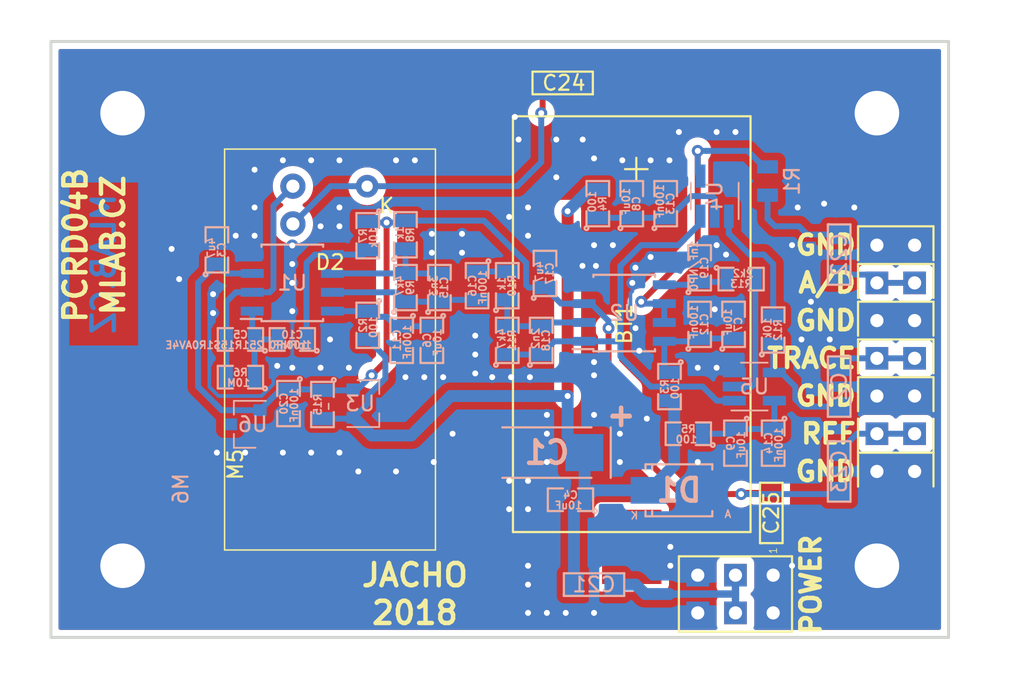
<source format=kicad_pcb>
(kicad_pcb (version 20211014) (generator pcbnew)
  (title_block (title "NAME") (date "%d. %m. %Y") (rev "REV") (company "Mlab www.mlab.cz") (comment 1 "VERSION") (comment 2 "Short description\\nTwo lines are maximum") (comment 3 "nickname <email@example.com>"))
  (layers (0 "F.Cu" signal) (31 "B.Cu" signal) (34 "B.Paste" user) (36 "B.SilkS" user "B.Silkscreen") (37 "F.SilkS" user "F.Silkscreen") (38 "B.Mask" user) (39 "F.Mask" user) (44 "Edge.Cuts" user))
  (net 0 "")
  (net 1 "GND")
  (net 2 "VCC")
  (net 3 "Net-(C10-Pad2)")
  (net 4 "/VCC1")
  (net 5 "/VCC2")
  (net 6 "/VCC3")
  (net 7 "/VCC4")
  (net 8 "Net-(C10-Pad1)")
  (net 9 "Net-(C15-Pad1)")
  (net 10 "Net-(C15-Pad2)")
  (net 11 "Net-(C16-Pad1)")
  (net 12 "Net-(C18-Pad1)")
  (net 13 "Net-(C18-Pad2)")
  (net 14 "Net-(C19-Pad1)")
  (net 15 "/#PeakDetect/Trace")
  (net 16 "/A/D")
  (net 17 "Net-(R12-Pad2)")
  (net 18 "Net-(R13-Pad2)")
  (net 19 "Net-(C2-Pad1)")
  (net 20 "/A")
  (net 21 "/K")
  (net 22 "/REF")
  (net 23 "Net-(C21-Pad3)")
  (net 24 "Net-(C22-Pad1)")
  (net 25 "Net-(C23-Pad3)")
  (net 26 "Net-(BT1-Pad1)")
  (net 27 "Net-(BT1-Pad2)")
  (net 28 "Net-(R1-Pad2)")
  (footprint "Mlab_Batery:CH28-2032" (layer "F.Cu") (at 148.871322 91.957139 -90)
    (fp_text reference "BT1")
    (fp_text value "CH28-2032")
  )
  (footprint "Mlab_Pin_Headers:Straight_2x03" (layer "F.Cu") (at 155.856322 110.132139 -90)
    (fp_text reference "J1" hide)
    (fp_text value "3.6V" hide)
  )
  (footprint "Mlab_Pin_Headers:Straight_2x01" (layer "F.Cu") (at 166.651322 91.717139 180)
    (fp_text reference "J2" hide)
    (fp_text value "HEADER_2x01_PARALLEL" hide)
  )
  (footprint "Mlab_Pin_Headers:Straight_2x01" (layer "F.Cu") (at 166.651322 94.257139 180)
    (fp_text reference "J3" hide)
    (fp_text value "HEADER_2x01_PARALLEL" hide)
  )
  (footprint "Mlab_Pin_Headers:Straight_2x01" (layer "F.Cu") (at 166.651322 96.797139 180)
    (fp_text reference "J4" hide)
    (fp_text value "HEADER_2x01_PARALLEL" hide)
  )
  (footprint "Mlab_Pin_Headers:Straight_2x01" (layer "F.Cu") (at 166.651322 86.637139 180)
    (fp_text reference "J5" hide)
    (fp_text value "HEADER_2x01_PARALLEL" hide)
  )
  (footprint "Mlab_Pin_Headers:Straight_2x01" (layer "F.Cu") (at 166.651322 89.177139 180)
    (fp_text reference "J6" hide)
    (fp_text value "HEADER_2x01_PARALLEL" hide)
  )
  (footprint "Mlab_Pin_Headers:Straight_2x01" (layer "F.Cu") (at 166.651322 101.877139 180)
    (fp_text reference "J7" hide)
    (fp_text value "HEADER_2x01_PARALLEL" hide)
  )
  (footprint "Mlab_Mechanical:MountingHole_3mm" (layer "F.Cu") (at 114.581322 77.747139)
    (fp_text reference "M1" hide)
    (fp_text value "HOLE" hide)
  )
  (footprint "Mlab_Mechanical:MountingHole_3mm" (layer "F.Cu") (at 165.381322 77.747139)
    (fp_text reference "M2" hide)
    (fp_text value "HOLE" hide)
  )
  (footprint "Mlab_Mechanical:MountingHole_3mm" (layer "F.Cu") (at 165.381322 108.227139)
    (fp_text reference "M3" hide)
    (fp_text value "HOLE" hide)
  )
  (footprint "Mlab_Mechanical:MountingHole_3mm" (layer "F.Cu") (at 114.581322 108.227139)
    (fp_text reference "M4" hide)
    (fp_text value "HOLE" hide)
  )
  (footprint "Mlab_L:FIR1" (layer "F.Cu") (at 144.219322 75.715139 180)
    (fp_text reference "C24")
    (fp_text value "NFM21PC105-1uF" hide)
  )
  (footprint "Mlab_L:FIR1" (layer "F.Cu") (at 158.269322 104.671139 90)
    (fp_text reference "C25")
    (fp_text value "NFM21PC105-1uF" hide)
  )
  (footprint "Mlab_Pin_Headers:Straight_2x01" (layer "F.Cu") (at 166.651322 99.337139)
    (fp_text reference "J11" hide)
    (fp_text value "HEADER_2x01_PARALLEL" hide)
  )
  (footprint "Mlab_Mechanical:BMIS-209-C" (layer "F.Cu") (at 119.636322 92.517139 90)
    (fp_text reference "M5")
    (fp_text value "BMIS-209-C" hide)
  )
  (footprint "Mlab_D:HAMAMATSU_S2744-09_rozs" (layer "F.Cu") (at 128.551322 108.107139 -90)
    (fp_text reference "D2")
    (fp_text value "S2744-09")
  )
  (footprint "Mlab_R:SMD-0805" (layer "B.Cu") (at 125.757322 97.305139 -90)
    (fp_text reference "C20")
    (fp_text value "100nF")
  )
  (footprint "Mlab_R:SMD-0805" (layer "B.Cu") (at 128.043322 97.368639 -90)
    (fp_text reference "R15")
    (fp_text value "-")
  )
  (footprint "Package_TO_SOT_SMD:SOT-23" (layer "B.Cu") (at 131.107322 97.305139)
    (fp_text reference "U3")
    (fp_text value "ISL21080DIH312Z-TK  1V25")
  )
  (footprint "Package_TO_SOT_SMD:SOT-23" (layer "B.Cu") (at 122.836322 98.702139 180)
    (fp_text reference "U6")
    (fp_text value "LM4041CIM3-1.2(neosazovat)")
  )
  (footprint "Mlab_C:TantalC_SizeC_Reflow" (layer "B.Cu") (at 143.156322 100.607139 180)
    (fp_text reference "C1")
    (fp_text value "47uF" hide)
  )
  (footprint "Mlab_R:SMD-0805" (layer "B.Cu") (at 120.931322 86.954639 90)
    (fp_text reference "C3")
    (fp_text value "4u7")
  )
  (footprint "Mlab_R:SMD-0805" (layer "B.Cu") (at 144.743822 103.782139 180)
    (fp_text reference "C4")
    (fp_text value "10uF")
  )
  (footprint "Mlab_R:SMD-0805" (layer "B.Cu") (at 122.518822 92.987139 180)
    (fp_text reference "C5")
    (fp_text value "1pFNP0 251R15S1R0AV4E")
  )
  (footprint "Mlab_R:SMD-0805" (layer "B.Cu") (at 135.409322 93.050639 -90)
    (fp_text reference "C6")
    (fp_text value "10uF")
  )
  (footprint "Mlab_R:SMD-0805" (layer "B.Cu") (at 155.729322 91.971139 90)
    (fp_text reference "C7")
    (fp_text value "10uF")
  )
  (footprint "Mlab_R:SMD-0805" (layer "B.Cu") (at 148.871322 83.843139 90)
    (fp_text reference "C8")
    (fp_text value "10uF")
  )
  (footprint "Mlab_R:SMD-0805" (layer "B.Cu") (at 155.856322 99.972139 -90)
    (fp_text reference "C9")
    (fp_text value "10uF")
  )
  (footprint "Mlab_R:SMD-0805" (layer "B.Cu") (at 126.011322 92.987139 180)
    (fp_text reference "C10")
    (fp_text value "100nF")
  )
  (footprint "Mlab_R:SMD-0805" (layer "B.Cu") (at 133.377322 93.050639 -90)
    (fp_text reference "C11")
    (fp_text value "100nF")
  )
  (footprint "Mlab_R:SMD-0805" (layer "B.Cu") (at 153.443322 91.971139 90)
    (fp_text reference "C12")
    (fp_text value "100nF")
  )
  (footprint "Mlab_R:SMD-0805" (layer "B.Cu") (at 151.157322 83.843139 90)
    (fp_text reference "C13")
    (fp_text value "100nF")
  )
  (footprint "Mlab_R:SMD-0805" (layer "B.Cu") (at 158.396322 99.972139 -90)
    (fp_text reference "C14")
    (fp_text value "100nF")
  )
  (footprint "Mlab_R:SMD-0805" (layer "B.Cu") (at 135.917322 89.494639 90)
    (fp_text reference "C15")
    (fp_text value "3n3")
  )
  (footprint "Mlab_R:SMD-0805" (layer "B.Cu") (at 138.457322 89.367639 -90)
    (fp_text reference "C16")
    (fp_text value "100nF")
  )
  (footprint "Mlab_R:SMD-0805" (layer "B.Cu") (at 143.029322 88.542139 90)
    (fp_text reference "C17")
    (fp_text value "4u7")
  )
  (footprint "Mlab_R:SMD-0805" (layer "B.Cu") (at 142.775322 93.050639 90)
    (fp_text reference "C18")
    (fp_text value "2n2")
  )
  (footprint "Mlab_R:SMD-0805" (layer "B.Cu") (at 153.443322 88.161139 90)
    (fp_text reference "C19")
    (fp_text value "1nF/NP0")
  )
  (footprint "Mlab_D:Diode-SMA_Standard" (layer "B.Cu") (at 152.046322 103.147139 180)
    (fp_text reference "D1")
    (fp_text value "M4" hide)
  )
  (footprint "Mlab_R:SMD-0805" (layer "B.Cu") (at 151.411322 96.162139 -90)
    (fp_text reference "R3")
    (fp_text value "100")
  )
  (footprint "Mlab_R:SMD-0805" (layer "B.Cu") (at 146.585322 83.843139 90)
    (fp_text reference "R4")
    (fp_text value "100")
  )
  (footprint "Mlab_R:SMD-0805" (layer "B.Cu") (at 152.681322 99.337139 180)
    (fp_text reference "R5")
    (fp_text value "100")
  )
  (footprint "Mlab_R:SMD-0805" (layer "B.Cu") (at 122.518822 95.527139 180)
    (fp_text reference "R6")
    (fp_text value "10M")
  )
  (footprint "Mlab_R:SMD-0805" (layer "B.Cu") (at 131.091322 86.002139 -90)
    (fp_text reference "R7")
    (fp_text value "10k")
  )
  (footprint "Mlab_R:SMD-0805" (layer "B.Cu") (at 133.631322 85.938639 90)
    (fp_text reference "R8")
    (fp_text value "1k")
  )
  (footprint "Mlab_R:SMD-0805" (layer "B.Cu") (at 133.631322 89.494639 90)
    (fp_text reference "R9")
    (fp_text value "4k7")
  )
  (footprint "Mlab_R:SMD-0805" (layer "B.Cu") (at 140.489322 89.367639 90)
    (fp_text reference "R10")
    (fp_text value "1k")
  )
  (footprint "Mlab_R:SMD-0805" (layer "B.Cu") (at 140.489322 93.050639 90)
    (fp_text reference "R11")
    (fp_text value "4k7")
  )
  (footprint "Mlab_R:SMD-0805" (layer "B.Cu") (at 158.396322 92.352139 90)
    (fp_text reference "R12")
    (fp_text value "10k")
  )
  (footprint "Mlab_R:SMD-0805" (layer "B.Cu") (at 156.237322 88.923139)
    (fp_text reference "R13")
    (fp_text value "2k2")
  )
  (footprint "Mlab_IO:SOIC-8_3.9x4.9mm_Pitch1.27mm" (layer "B.Cu") (at 126.011322 89.177139)
    (fp_text reference "U1")
    (fp_text value "OPA2314" hide)
  )
  (footprint "Package_TO_SOT_SMD:SOT-23-5_HandSoldering" (layer "B.Cu") (at 154.459322 83.335139 90)
    (fp_text reference "U4")
    (fp_text value "TS7211")
  )
  (footprint "Package_TO_SOT_SMD:SOT-23-5_HandSoldering" (layer "B.Cu") (at 157.126322 96.162139)
    (fp_text reference "U5")
    (fp_text value "TS5A4594")
  )
  (footprint "Mlab_R:SMD-0805" (layer "B.Cu") (at 131.091322 92.034639 -90)
    (fp_text reference "R2")
    (fp_text value "100")
  )
  (footprint "Mlab_IO:SOIC-8_3.9x4.9mm_Pitch1.27mm" (layer "B.Cu") (at 148.363322 91.209139)
    (fp_text reference "U2")
    (fp_text value "OPA2314" hide)
  )
  (footprint "Mlab_R:SMD-0805" (layer "B.Cu") (at 158.015322 82.319139 90)
    (fp_text reference "R1")
    (fp_text value "10R" hide)
  )
  (footprint "Mlab_L:FIR1" (layer "B.Cu") (at 162.841322 96.162139 90)
    (fp_text reference "C2")
    (fp_text value "NFM21CC221R1H3D-220pF" hide)
  )
  (footprint "Mlab_L:FIR1" (layer "B.Cu") (at 146.331322 109.497139)
    (fp_text reference "C21")
    (fp_text value "NFM21PC105-1uF" hide)
  )
  (footprint "Mlab_L:FIR1" (layer "B.Cu") (at 162.841322 87.272139 -90)
    (fp_text reference "C22")
    (fp_text value "NFM21CC221R1H3D-220pF" hide)
  )
  (footprint "Mlab_L:FIR1" (layer "B.Cu") (at 162.841322 101.877139 90)
    (fp_text reference "C23")
    (fp_text value "NFM21PC105-1uF" hide)
  )
  (footprint "Mlab_Mechanical:BMI-S-210-F" (layer "B.Cu") (at 116.486322 106.957139)
    (fp_text reference "M6")
    (fp_text value "BMI-S-210-F")
  )
  (gr_line (start 109.755322 72.921139) (end 170.207322 72.921139) (layer "Edge.Cuts") (width 0.2))
  (gr_line (start 170.207322 113.053139) (end 170.207322 72.921139) (layer "Edge.Cuts") (width 0.2))
  (gr_line (start 109.755322 113.053139) (end 170.207322 113.053139) (layer "Edge.Cuts") (width 0.2))
  (gr_line (start 109.755322 113.053139) (end 109.755322 72.921139) (layer "Edge.Cuts") (width 0.2))
  (gr_text "MLAB.CZ" (at 113.311322 87.907139 90) (layer "B.Cu") (effects (font (size 1.5 1.5) (thickness 0.3)) (justify mirror)))
  (gr_text "POWER" (at 160.936322 109.497139 90) (layer "F.SilkS") (effects (font (size 1.3 1.3) (thickness 0.3))))
  (gr_text "TRACE" (at 164.111322 94.257139) (layer "F.SilkS") (effects (font (size 1.3 1.3) (thickness 0.3)) (justify right)))
  (gr_text "GND" (at 164.111322 91.717139) (layer "F.SilkS") (effects (font (size 1.3 1.3) (thickness 0.3)) (justify right)))
  (gr_text "GND" (at 164.111322 86.637139) (layer "F.SilkS") (effects (font (size 1.3 1.3) (thickness 0.3)) (justify right)))
  (gr_text "GND" (at 164.111322 96.797139) (layer "F.SilkS") (effects (font (size 1.3 1.3) (thickness 0.3)) (justify right)))
  (gr_text "GND" (at 164.111322 101.877139) (layer "F.SilkS") (effects (font (size 1.3 1.3) (thickness 0.3)) (justify right)))
  (gr_text "A/D" (at 164.111322 89.177139) (layer "F.SilkS") (effects (font (size 1.3 1.3) (thickness 0.3)) (justify right)))
  (gr_text "REF" (at 164.111322 99.337139) (layer "F.SilkS") (effects (font (size 1.3 1.3) (thickness 0.3)) (justify right)))
  (gr_text "JACHO" (at 134.266322 108.862139) (layer "F.SilkS") (effects (font (size 1.5 1.5) (thickness 0.3))))
  (gr_text "2018" (at 134.266322 111.402139) (layer "F.SilkS") (effects (font (size 1.5 1.5) (thickness 0.3))))
  (gr_text "MLAB.CZ" (at 113.946322 86.637139 90) (layer "F.SilkS") (effects (font (size 1.5 1.5) (thickness 0.3))))
  (gr_text "PCRD04B" (at 111.406322 86.637139 90) (layer "F.SilkS") (effects (font (size 1.5 1.5) (thickness 0.3))))
  (segment (start 146.331322 92.214833) (end 146.331322 95.400139) (width 0.25) (layer "F.Cu") (net 1))
  (segment (start 138.330322 94.003139) (end 138.330322 92.733139) (width 0.4) (layer "F.Cu") (net 1))
  (segment (start 165.381322 85.625139) (end 165.381322 86.637139) (width 0.25) (layer "F.Cu") (net 1))
  (segment (start 147.601322 86.637139) (end 146.331322 86.637139) (width 0.4) (layer "F.Cu") (net 1))
  (segment (start 132.996322 101.877139) (end 134.901322 101.877139) (width 0.25) (layer "F.Cu") (net 1))
  (segment (start 150.141322 80.922139) (end 151.411322 80.922139) (width 0.25) (layer "F.Cu") (net 1))
  (segment (start 138.330322 95.273139) (end 139.219322 95.273139) (width 0.25) (layer "F.Cu") (net 1))
  (segment (start 146.32632 111.397137) (end 146.331322 111.402139) (width 0.25) (layer "F.Cu") (net 1))
  (segment (start 155.221322 87.272139) (end 155.221322 90.193139) (width 0.4) (layer "F.Cu") (net 1))
  (segment (start 147.855322 90.955139) (end 146.077322 91.463139) (width 0.25) (layer "F.Cu") (net 1))
  (segment (start 148.236322 83.462139) (end 148.871322 83.462139) (width 0.25) (layer "F.Cu") (net 1))
  (segment (start 140.616322 102.512139) (end 140.616322 104.417139) (width 0.25) (layer "F.Cu") (net 1))
  (segment (start 146.077322 91.463139) (end 146.331322 92.214833) (width 0.25) (layer "F.Cu") (net 1))
  (segment (start 136.806322 83.462139) (end 148.236322 83.462139) (width 0.25) (layer "F.Cu") (net 1))
  (segment (start 123.471322 84.097139) (end 123.471322 81.557139) (width 0.25) (layer "F.Cu") (net 1))
  (segment (start 143.156322 98.067139) (end 143.156322 99.337139) (width 0.25) (layer "F.Cu") (net 1))
  (segment (start 129.186322 80.922139) (end 132.996322 80.922139) (width 0.25) (layer "F.Cu") (net 1))
  (segment (start 145.553322 88.034139) (end 146.458322 88.034139) (width 0.25) (layer "F.Cu") (net 1))
  (segment (start 129.186322 85.367139) (end 127.896887 86.656574) (width 0.25) (layer "F.Cu") (net 1))
  (segment (start 120.677322 91.209139) (end 120.677322 89.939139) (width 0.25) (layer "F.Cu") (net 1))
  (segment (start 150.141322 87.437139) (end 150.141322 87.945139) (width 0.4) (layer "F.Cu") (net 1))
  (segment (start 129.186322 84.097139) (end 127.916322 85.367139) (width 0.25) (layer "F.Cu") (net 1))
  (segment (start 149.125322 92.225139) (end 149.125322 93.495139) (width 0.25) (layer "F.Cu") (net 1))
  (segment (start 135.409322 85.875139) (end 135.409322 87.145139) (width 0.25) (layer "F.Cu") (net 1))
  (segment (start 134.266322 80.922139) (end 136.806322 83.462139) (width 0.25) (layer "F.Cu") (net 1))
  (segment (start 163.857322 84.097139) (end 164.428573 84.67239) (width 0.25) (layer "F.Cu") (net 1))
  (segment (start 151.471324 106.957139) (end 151.471324 108.227139) (width 0.25) (layer "F.Cu") (net 1))
  (segment (start 140.616322 84.732139) (end 138.584322 84.732139) (width 0.25) (layer "F.Cu") (net 1))
  (segment (start 134.901322 101.877139) (end 135.536322 101.242139) (width 0.25) (layer "F.Cu") (net 1))
  (segment (start 160.936322 92.352139) (end 160.301322 92.987139) (width 0.25) (layer "F.Cu") (net 1))
  (segment (start 160.301322 83.843139) (end 160.047322 84.097139) (width 0.25) (layer "F.Cu") (net 1))
  (segment (start 164.428573 84.67239) (end 165.381322 85.625139) (width 0.25) (layer "F.Cu") (net 1))
  (segment (start 143.791322 82.065139) (end 143.791322 81.303139) (width 0.4) (layer "F.Cu") (net 1))
  (segment (start 122.201322 86.002139) (end 123.471322 86.002139) (width 0.25) (layer "F.Cu") (net 1))
  (segment (start 141.886322 104.417139) (end 141.886322 102.512139) (width 0.25) (layer "F.Cu") (net 1))
  (segment (start 152.046322 79.017139) (end 154.586322 79.017139) (width 0.25) (layer "F.Cu") (net 1))
  (segment (start 155.221322 90.193139) (end 154.459322 90.955139) (width 0.4) (layer "F.Cu") (net 1))
  (segment (start 149.671322 93.607441) (end 147.855322 90.955139) (width 0.25) (layer "F.Cu") (net 1))
  (segment (start 146.458322 80.922139) (end 146.331322 80.795139) (width 0.4) (layer "F.Cu") (net 1))
  (segment (start 125.376322 80.922139) (end 127.281322 80.922139) (width 0.25) (layer "F.Cu") (net 1))
  (segment (start 141.886322 86.002139) (end 140.616322 84.732139) (width 0.4) (layer "F.Cu") (net 1))
  (segment (start 149.887322 98.321139) (end 149.671322 93.607441) (width 0.25) (layer "F.Cu") (net 1))
  (segment (start 122.201322 86.002139) (end 118.772322 86.002139) (width 0.25) (layer "F.Cu") (net 1))
  (segment (start 143.791322 79.525139) (end 141.251322 79.525139) (width 0.4) (layer "F.Cu") (net 1))
  (segment (start 146.331322 95.400139) (end 146.331322 98.067139) (width 0.25) (layer "F.Cu") (net 1))
  (segment (start 138.584322 84.732139) (end 137.441322 85.875139) (width 0.25) (layer "F.Cu") (net 1))
  (segment (start 148.871322 81.557139) (end 148.236322 80.922139) (width 0.25) (layer "F.Cu") (net 1))
  (segment (start 149.125322 93.495139) (end 149.379322 93.749139) (width 0.25) (layer "F.Cu") (net 1))
  (segment (start 143.791322 106.962141) (end 143.791322 103.782139) (width 0.25) (layer "F.Cu") (net 1))
  (segment (start 133.631322 95.527139) (end 134.901322 95.527139) (width 0.25) (layer "F.Cu") (net 1))
  (segment (start 125.376322 100.607139) (end 127.281322 100.607139) (width 0.25) (layer "F.Cu") (net 1))
  (segment (start 127.916322 94.892139) (end 129.821322 94.892139) (width 0.25) (layer "F.Cu") (net 1))
  (segment (start 126.011322 87.907139) (end 126.011322 89.177139) (width 0.25) (layer "F.Cu") (net 1))
  (segment (start 154.586322 94.892139) (end 153.316322 94.892139) (width 0.4) (layer "F.Cu") (net 1))
  (segment (start 149.837694 87.437139) (end 149.119508 88.155325) (width 0.4) (layer "F.Cu") (net 1))
  (segment (start 127.896887 86.656574) (end 126.010779 86.656574) (width 0.25) (layer "F.Cu") (net 1))
  (segment (start 129.186322 100.607139) (end 130.456322 101.877139) (width 0.25) (layer "F.Cu") (net 1))
  (segment (start 140.743322 95.527139) (end 142.013322 95.527139) (width 0.25) (layer "F.Cu") (net 1))
  (segment (start 125.376322 100.607139) (end 122.836322 100.607139) (width 0.25) (layer "F.Cu") (net 1))
  (segment (start 141.886322 108.227139) (end 141.886322 109.497139) (width 0.25) (layer "F.Cu") (net 1))
  (segment (start 148.871322 83.462139) (end 148.871322 81.557139) (width 0.25) (layer "F.Cu") (net 1))
  (segment (start 146.32632 109.497139) (end 143.791322 106.962141) (width 0.25) (layer "F.Cu") (net 1))
  (segment (start 150.141322 87.945139) (end 148.909322 89.177139) (width 0.4) (layer "F.Cu") (net 1))
  (segment (start 160.936322 90.447139) (end 160.936322 92.352139) (width 0.25) (layer "F.Cu") (net 1))
  (segment (start 146.331322 94.511139) (end 146.331322 95.400139) (width 0.25) (layer "F.Cu") (net 1))
  (segment (start 146.32632 109.497139) (end 146.32632 111.397137) (width 0.25) (layer "F.Cu") (net 1))
  (segment (start 150.141322 87.437139) (end 149.837694 87.437139) (width 0.4) (layer "F.Cu") (net 1))
  (segment (start 148.071322 101.242139) (end 148.071322 99.337139) (width 0.25) (layer "F.Cu") (net 1))
  (segment (start 148.236322 80.922139) (end 146.458322 80.922139) (width 0.4) (layer "F.Cu") (net 1))
  (segment (start 118.772322 86.002139) (end 117.883322 86.891139) (width 0.25) (layer "F.Cu") (net 1))
  (segment (start 143.791322 81.303139) (end 145.569322 79.525139) (width 0.4) (layer "F.Cu") (net 1))
  (segment (start 144.426322 111.402139) (end 143.156322 111.402139) (width 0.25) (layer "F.Cu") (net 1))
  (segment (start 139.219322 95.273139) (end 139.473322 95.527139) (width 0.25) (layer "F.Cu") (net 1))
  (segment (start 161.825322 83.843139) (end 160.301322 83.843139) (width 0.25) (layer "F.Cu") (net 1))
  (via (at 127.281322 100.607139) (size 0.8) (drill 0.4) (layers "F.Cu" "B.Cu") (net 1))
  (via (at 151.471324 106.957139) (size 0.8) (drill 0.4) (layers "F.Cu" "B.Cu") (net 1))
  (via (at 146.458322 88.034139) (size 0.8) (drill 0.4) (layers "F.Cu" "B.Cu") (net 1))
  (via (at 149.125322 92.225139) (size 0.8) (drill 0.4) (layers "F.Cu" "B.Cu") (net 1))
  (via (at 135.409322 85.875139) (size 0.8) (drill 0.4) (layers "F.Cu" "B.Cu") (net 1))
  (via (at 149.887322 98.321139) (size 0.8) (drill 0.4) (layers "F.Cu" "B.Cu") (net 1))
  (via (at 148.909322 89.177139) (size 0.8) (drill 0.4) (layers "F.Cu" "B.Cu") (net 1))
  (via (at 150.141322 80.922139) (size 0.8) (drill 0.4) (layers "F.Cu" "B.Cu") (net 1))
  (via (at 139.473322 95.527139) (size 0.8) (drill 0.4) (layers "F.Cu" "B.Cu") (net 1))
  (via (at 126.011322 87.907139) (size 0.8) (drill 0.4) (layers "F.Cu" "B.Cu") (net 1))
  (via (at 140.616322 102.512139) (size 0.8) (drill 0.4) (layers "F.Cu" "B.Cu") (net 1))
  (via (at 155.221322 87.272139) (size 0.8) (drill 0.4) (layers "F.Cu" "B.Cu") (net 1))
  (via (at 145.569322 79.525139) (size 0.8) (drill 0.4) (layers "F.Cu" "B.Cu") (net 1))
  (via (at 140.743322 95.527139) (size 0.8) (drill 0.4) (layers "F.Cu" "B.Cu") (net 1))
  (via (at 127.916322 94.892139) (size 0.8) (drill 0.4) (layers "F.Cu" "B.Cu") (net 1))
  (via (at 155.856322 79.017139) (size 0.8) (drill 0.4) (layers "F.Cu" "B.Cu") (net 1))
  (via (at 137.441322 87.145139) (size 0.8) (drill 0.4) (layers "F.Cu" "B.Cu") (net 1))
  (via (at 140.616322 104.417139) (size 0.8) (drill 0.4) (layers "F.Cu" "B.Cu") (net 1))
  (via (at 143.156322 101.242139) (size 0.8) (drill 0.4) (layers "F.Cu" "B.Cu") (net 1))
  (via (at 122.201322 86.002139) (size 0.8) (drill 0.4) (layers "F.Cu" "B.Cu") (net 1))
  (via (at 143.791322 79.525139) (size 0.8) (drill 0.4) (layers "F.Cu" "B.Cu") (net 1))
  (via (at 129.186322 100.607139) (size 0.8) (drill 0.4) (layers "F.Cu" "B.Cu") (net 1))
  (via (at 143.156322 98.067139) (size 0.8) (drill 0.4) (layers "F.Cu" "B.Cu") (net 1))
  (via (at 141.886322 108.227139) (size 0.8) (drill 0.4) (layers "F.Cu" "B.Cu") (net 1))
  (via (at 141.886322 104.417139) (size 0.8) (drill 0.4) (layers "F.Cu" "B.Cu") (net 1))
  (via (at 150.141322 87.437139) (size 0.8) (drill 0.4) (layers "F.Cu" "B.Cu") (net 1))
  (via (at 125.376322 80.922139) (size 0.8) (drill 0.4) (layers "F.Cu" "B.Cu") (net 1))
  (via (at 143.156322 111.402139) (size 0.8) (drill 0.4) (layers "F.Cu" "B.Cu") (net 1))
  (via (at 129.186322 85.367139) (size 0.8) (drill 0.4) (layers "F.Cu" "B.Cu") (net 1))
  (via (at 117.883322 86.891139) (size 0.8) (drill 0.4) (layers "F.Cu" "B.Cu") (net 1))
  (via (at 127.916322 85.367139) (size 0.8) (drill 0.4) (layers "F.Cu" "B.Cu") (net 1))
  (via (at 137.441322 85.875139) (size 0.8) (drill 0.4) (layers "F.Cu" "B.Cu") (net 1))
  (via (at 133.631322 95.527139) (size 0.8) (drill 0.4) (layers "F.Cu" "B.Cu") (net 1))
  (via (at 132.996322 101.877139) (size 0.8) (drill 0.4) (layers "F.Cu" "B.Cu") (net 1))
  (via (at 146.331322 86.637139) (size 0.8) (drill 0.4) (layers "F.Cu" "B.Cu") (net 1))
  (via (at 147.601322 86.637139) (size 0.8) (drill 0.4) (layers "F.Cu" "B.Cu") (net 1))
  (via (at 163.857322 84.097139) (size 0.8) (drill 0.4) (layers "F.Cu" "B.Cu") (net 1))
  (via (at 140.616322 84.732139) (size 0.8) (drill 0.4) (layers "F.Cu" "B.Cu") (net 1))
  (via (at 123.471322 84.097139) (size 0.8) (drill 0.4) (layers "F.Cu" "B.Cu") (net 1))
  (via (at 160.047322 84.097139) (size 0.8) (drill 0.4) (layers "F.Cu" "B.Cu") (net 1))
  (via (at 159.666322 108.227139) (size 0.8) (drill 0.4) (layers "F.Cu" "B.Cu") (net 1))
  (via (at 141.251322 79.525139) (size 0.8) (drill 0.4) (layers "F.Cu" "B.Cu") (net 1))
  (via (at 146.331322 98.067139) (size 0.8) (drill 0.4) (layers "F.Cu" "B.Cu") (net 1))
  (via (at 123.471322 86.002139) (size 0.8) (drill 0.4) (layers "F.Cu" "B.Cu") (net 1))
  (via (at 151.411322 80.922139) (size 0.8) (drill 0.4) (layers "F.Cu" "B.Cu") (net 1))
  (via (at 145.553322 88.034139) (size 0.8) (drill 0.4) (layers "F.Cu" "B.Cu") (net 1))
  (via (at 126.011322 89.177139) (size 0.8) (drill 0.4) (layers "F.Cu" "B.Cu") (net 1))
  (via (at 141.886322 84.097139) (size 0.8) (drill 0.4) (layers "F.Cu" "B.Cu") (net 1))
  (via (at 120.677322 91.209139) (size 0.8) (drill 0.4) (layers "F.Cu" "B.Cu") (net 1))
  (via (at 132.996322 80.922139) (size 0.8) (drill 0.4) (layers "F.Cu" "B.Cu") (net 1))
  (via (at 134.901322 95.527139) (size 0.8) (drill 0.4) (layers "F.Cu" "B.Cu") (net 1))
  (via (at 148.071322 99.337139) (size 0.8) (drill 0.4) (layers "F.Cu" "B.Cu") (net 1))
  (via (at 141.886322 111.402139) (size 0.8) (drill 0.4) (layers "F.Cu" "B.Cu") (net 1))
  (via (at 138.330322 95.273139) (size 0.8) (drill 0.4) (layers "F.Cu" "B.Cu") (net 1))
  (via (at 146.331322 111.402139) (size 0.8) (drill 0.4) (layers "F.Cu" "B.Cu") (net 1))
  (via (at 127.281322 80.922139) (size 0.8) (drill 0.4) (layers "F.Cu" "B.Cu") (net 1))
  (via (at 149.119508 88.155325) (size 0.8) (drill 0.4) (layers "F.Cu" "B.Cu") (net 1))
  (via (at 129.821322 94.892139) (size 0.8) (drill 0.4) (layers "F.Cu" "B.Cu") (net 1))
  (via (at 120.677322 89.939139) (size 0.8) (drill 0.4) (layers "F.Cu" "B.Cu") (net 1))
  (via (at 124.995322 94.765139) (size 0.8) (drill 0.4) (layers "F.Cu" "B.Cu") (net 1))
  (via (at 144.426322 111.402139) (size 0.8) (drill 0.4) (layers "F.Cu" "B.Cu") (net 1))
  (via (at 146.331322 80.795139) (size 0.8) (drill 0.4) (layers "F.Cu" "B.Cu") (net 1))
  (via (at 129.186322 84.097139) (size 0.8) (drill 0.4) (layers "F.Cu" "B.Cu") (net 1))
  (via (at 160.936322 90.447139) (size 0.8) (drill 0.4) (layers "F.Cu" "B.Cu") (net 1))
  (via (at 130.456322 101.877139) (size 0.8) (drill 0.4) (layers "F.Cu" "B.Cu") (net 1))
  (via (at 118.391322 88.923139) (size 0.8) (drill 0.4) (layers "F.Cu" "B.Cu") (net 1))
  (via (at 126.010779 86.656574) (size 0.8) (drill 0.4) (layers "F.Cu" "B.Cu") (net 1))
  (via (at 160.301322 92.987139) (size 0.8) (drill 0.4) (layers "F.Cu" "B.Cu") (net 1))
  (via (at 126.011322 91.082139) (size 0.8) (drill 0.4) (layers "F.Cu" "B.Cu") (net 1))
  (via (at 125.376322 100.607139) (size 0.8) (drill 0.4) (layers "F.Cu" "B.Cu") (net 1))
  (via (at 146.331322 95.400139) (size 0.8) (drill 0.4) (layers "F.Cu" "B.Cu") (net 1))
  (via (at 148.071322 101.242139) (size 0.8) (drill 0.4) (layers "F.Cu" "B.Cu") (net 1))
  (via (at 129.186322 80.922139) (size 0.8) (drill 0.4) (layers "F.Cu" "B.Cu") (net 1))
  (via (at 154.586322 94.892139) (size 0.8) (drill 0.4) (layers "F.Cu" "B.Cu") (net 1))
  (via (at 149.379322 93.749139) (size 0.8) (drill 0.4) (layers "F.Cu" "B.Cu") (net 1))
  (via (at 122.836322 100.607139) (size 0.8) (drill 0.4) (layers "F.Cu" "B.Cu") (net 1))
  (via (at 153.316322 101.242139) (size 0.8) (drill 0.4) (layers "F.Cu" "B.Cu") (net 1))
  (via (at 146.331322 94.511139) (size 0.8) (drill 0.4) (layers "F.Cu" "B.Cu") (net 1))
  (via (at 120.931322 100.607139) (size 0.8) (drill 0.4) (layers "F.Cu" "B.Cu") (net 1))
  (via (at 136.806322 99.337139) (size 0.8) (drill 0.4) (layers "F.Cu" "B.Cu") (net 1))
  (via (at 135.536322 101.242139) (size 0.8) (drill 0.4) (layers "F.Cu" "B.Cu") (net 1))
  (via (at 152.046322 79.017139) (size 0.8) (drill 0.4) (layers "F.Cu" "B.Cu") (net 1))
  (via (at 161.825322 83.843139) (size 0.8) (drill 0.4) (layers "F.Cu" "B.Cu") (net 1))
  (via (at 126.011322 94.892139) (size 0.8) (drill 0.4) (layers "F.Cu" "B.Cu") (net 1))
  (via (at 142.013322 95.527139) (size 0.8) (drill 0.4) (layers "F.Cu" "B.Cu") (net 1))
  (via (at 123.471322 81.557139) (size 0.8) (drill 0.4) (layers "F.Cu" "B.Cu") (net 1))
  (via (at 135.409322 87.145139) (size 0.8) (drill 0.4) (layers "F.Cu" "B.Cu") (net 1))
  (via (at 154.459322 90.955139) (size 0.8) (drill 0.4) (layers "F.Cu" "B.Cu") (net 1))
  (via (at 154.586322 79.017139) (size 0.8) (drill 0.4) (layers "F.Cu" "B.Cu") (net 1))
  (via (at 159.666322 86.637139) (size 0.8) (drill 0.4) (layers "F.Cu" "B.Cu") (net 1))
  (via (at 141.886322 86.002139) (size 0.8) (drill 0.4) (layers "F.Cu" "B.Cu") (net 1))
  (via (at 136.171322 95.527139) (size 0.8) (drill 0.4) (layers "F.Cu" "B.Cu") (net 1))
  (via (at 143.156322 99.337139) (size 0.8) (drill 0.4) (layers "F.Cu" "B.Cu") (net 1))
  (via (at 141.886322 102.512139) (size 0.8) (drill 0.4) (layers "F.Cu" "B.Cu") (net 1))
  (via (at 138.330322 92.733139) (size 0.8) (drill 0.4) (layers "F.Cu" "B.Cu") (net 1))
  (via (at 141.886322 109.497139) (size 0.8) (drill 0.4) (layers "F.Cu" "B.Cu") (net 1))
  (via (at 128.551322 92.987139) (size 0.8) (drill 0.4) (layers "F.Cu" "B.Cu") (net 1))
  (via (at 151.471324 108.227139) (size 0.8) (drill 0.4) (layers "F.Cu" "B.Cu") (net 1))
  (via (at 143.791322 82.065139) (size 0.8) (drill 0.4) (layers "F.Cu" "B.Cu") (net 1))
  (via (at 140.997322 78.001139) (size 0.8) (drill 0.4) (layers "F.Cu" "B.Cu") (net 1))
  (via (at 148.236322 80.922139) (size 0.8) (drill 0.4) (layers "F.Cu" "B.Cu") (net 1))
  (via (at 162.206322 92.987139) (size 0.8) (drill 0.4) (layers "F.Cu" "B.Cu") (net 1))
  (via (at 138.330322 94.003139) (size 0.8) (drill 0.4) (layers "F.Cu" "B.Cu") (net 1))
  (via (at 153.316322 94.892139) (size 0.8) (drill 0.4) (layers "F.Cu" "B.Cu") (net 1))
  (via (at 134.266322 80.922139) (size 0.8) (drill 0.4) (layers "F.Cu" "B.Cu") (net 1))
  (via (at 154.586322 86.637139) (size 0.8) (drill 0.4) (layers "F.Cu" "B.Cu") (net 1))
  (segment (start 154.045302 101.971119) (end 153.316322 101.242139) (width 0.25) (layer "B.Cu") (net 1))
  (segment (start 143.029322 87.145139) (end 141.886322 86.002139) (width 0.4) (layer "B.Cu") (net 1))
  (segment (start 151.411322 80.922139) (end 151.411322 79.652139) (width 0.25) (layer "B.Cu") (net 1))
  (segment (start 141.251322 84.732139) (end 141.886322 84.097139) (width 0.4) (layer "B.Cu") (net 1))
  (segment (start 129.821322 94.892139) (end 129.821322 94.257139) (width 0.25) (layer "B.Cu") (net 1))
  (segment (start 125.122322 94.892139) (end 124.995322 94.765139) (width 0.25) (layer "B.Cu") (net 1))
  (segment (start 155.157822 87.208639) (end 155.221322 87.272139) (width 0.4) (layer "B.Cu") (net 1))
  (segment (start 154.522822 91.018639) (end 154.459322 90.955139) (width 0.25) (layer "B.Cu") (net 1))
  (segment (start 148.909322 89.177139) (end 148.909322 89.742824) (width 0.25) (layer "B.Cu") (net 1))
  (segment (start 130.456322 101.877139) (end 132.996322 101.877139) (width 0.25) (layer "B.Cu") (net 1))
  (segment (start 163.857322 84.097139) (end 162.654573 84.67239) (width 0.25) (layer "B.Cu") (net 1))
  (segment (start 155.729322 91.018639) (end 154.522822 91.018639) (width 0.25) (layer "B.Cu") (net 1))
  (segment (start 132.107322 97.051139) (end 133.631322 95.527139) (width 0.25) (layer "B.Cu") (net 1))
  (segment (start 135.409322 87.145139) (end 137.441322 87.145139) (width 0.25) (layer "B.Cu") (net 1))
  (segment (start 126.011322 94.892139) (end 125.445637 94.892139) (width 0.25) (layer "B.Cu") (net 1))
  (segment (start 154.045302 103.147139) (end 154.045302 101.971119) (width 0.25) (layer "B.Cu") (net 1))
  (segment (start 122.836322 100.607139) (end 120.931322 100.607139) (width 0.25) (layer "B.Cu") (net 1))
  (segment (start 153.443322 87.208639) (end 155.157822 87.208639) (width 0.4) (layer "B.Cu") (net 1))
  (segment (start 126.011322 94.892139) (end 127.916322 94.892139) (width 0.25) (layer "B.Cu") (net 1))
  (segment (start 135.536322 101.242139) (end 135.536322 100.607139) (width 0.25) (layer "B.Cu") (net 1))
  (segment (start 132.996322 80.922139) (end 134.266322 80.922139) (width 0.25) (layer "B.Cu") (net 1))
  (segment (start 124.741322 81.557139) (end 125.376322 80.922139) (width 0.25) (layer "B.Cu") (net 1))
  (segment (start 127.281322 100.607139) (end 129.186322 100.607139) (width 0.25) (layer "B.Cu") (net 1))
  (segment (start 137.060322 94.003139) (end 138.330322 95.273139) (width 0.25) (layer "B.Cu") (net 1))
  (segment (start 159.636322 108.197139) (end 159.666322 108.227139) (width 0.25) (layer "B.Cu") (net 1))
  (segment (start 149.887322 98.321139) (end 148.309924 101.003537) (width 0.25) (layer "B.Cu") (net 1))
  (segment (start 135.536322 100.607139) (end 136.806322 99.337139) (width 0.25) (layer "B.Cu") (net 1))
  (segment (start 120.423322 94.765139) (end 120.423322 89.939139) (width 0.25) (layer "B.Cu") (net 1))
  (segment (start 148.781321 89.870825) (end 148.781321 91.881138) (width 0.25) (layer "B.Cu") (net 1))
  (segment (start 145.663322 89.304139) (end 145.663322 88.144139) (width 0.25) (layer "B.Cu") (net 1))
  (segment (start 155.776322 95.212139) (end 154.906322 95.212139) (width 0.4) (layer "B.Cu") (net 1))
  (segment (start 136.806322 99.337139) (end 141.886322 99.337139) (width 0.25) (layer "B.Cu") (net 1))
  (segment (start 123.471322 81.557139) (end 124.741322 81.557139) (width 0.25) (layer "B.Cu") (net 1))
  (segment (start 146.331322 80.795139) (end 145.061322 80.795139) (width 0.4) (layer "B.Cu") (net 1))
  (segment (start 154.586322 79.017139) (end 155.856322 79.017139) (width 0.25) (layer "B.Cu") (net 1))
  (segment (start 148.781321 91.881138) (end 149.125322 92.225139) (width 0.25) (layer "B.Cu") (net 1))
  (segment (start 148.909322 89.742824) (end 148.781321 89.870825) (width 0.25) (layer "B.Cu") (net 1))
  (segment (start 126.011322 94.892139) (end 125.122322 94.892139) (width 0.25) (layer "B.Cu") (net 1))
  (segment (start 120.423322 96.181663) (end 120.423322 94.765139) (width 0.25) (layer "B.Cu") (net 1))
  (segment (start 125.757322 98.257639) (end 125.757322 100.226139) (width 0.25) (layer "B.Cu") (net 1))
  (segment (start 160.301322 87.272139) (end 159.666322 86.637139) (width 0.25) (layer "B.Cu") (net 1))
  (segment (start 123.886322 76.157139) (end 123.886322 84.317139) (width 0.25) (layer "B.Cu") (net 1))
  (segment (start 154.906322 95.212139) (end 154.586322 94.892139) (width 0.4) (layer "B.Cu") (net 1))
  (segment (start 140.616322 84.732139) (end 139.638323 83.75414) (width 0.25) (layer "B.Cu") (net 1))
  (segment (start 150.306322 87.272139) (end 150.141322 87.437139) (width 0.4) (layer "B.Cu") (net 1))
  (segment (start 159.636322 105.682139) (end 159.636322 108.197139) (width 0.25) (layer "B.Cu") (net 1))
  (segment (start 121.038798 96.797139) (end 120.423322 96.181663) (width 0.25) (layer "B.Cu") (net 1))
  (segment (start 141.886322 106.457139) (end 141.886322 108.227139) (width 0.25) (layer "B.Cu") (net 1))
  (segment (start 151.411322 79.652139) (end 152.046322 79.017139) (width 0.25) (layer "B.Cu") (net 1))
  (segment (start 141.886322 106.457139) (end 141.886322 104.417139) (width 0.25) (layer "B.Cu") (net 1))
  (segment (start 123.471322 86.002139) (end 123.471322 84.097139) (width 0.25) (layer "B.Cu") (net 1))
  (segment (start 141.886322 99.337139) (end 143.156322 98.067139) (width 0.25) (layer "B.Cu") (net 1))
  (segment (start 146.458322 87.780139) (end 147.601322 86.637139) (width 0.4) (layer "B.Cu") (net 1))
  (segment (start 146.458322 88.034139) (end 146.458322 87.780139) (width 0.4) (layer "B.Cu") (net 1))
  (segment (start 125.445637 94.892139) (end 125.318637 95.019139) (width 0.25) (layer "B.Cu") (net 1))
  (segment (start 127.916322 85.367139) (end 129.186322 85.367139) (width 0.25) (layer "B.Cu") (net 1))
  (segment (start 132.107322 97.305139) (end 132.107322 97.051139) (width 0.25) (layer "B.Cu") (net 1))
  (segment (start 129.821322 94.257139) (end 128.551322 92.987139) (width 0.25) (layer "B.Cu") (net 1))
  (segment (start 141.251322 79.525139) (end 141.251322 78.255139) (width 0.4) (layer "B.Cu") (net 1))
  (segment (start 120.423322 94.765139) (end 120.423322 91.463139) (width 0.25) (layer "B.Cu") (net 1))
  (segment (start 124.733821 95.603955) (end 124.733821 95.992642) (width 0.25) (layer "B.Cu") (net 1))
  (segment (start 124.733821 95.992642) (end 123.929324 96.797139) (width 0.25) (layer "B.Cu") (net 1))
  (segment (start 148.236322 80.922139) (end 150.141322 80.922139) (width 0.25) (layer "B.Cu") (net 1))
  (segment (start 123.886322 84.317139) (end 122.201322 86.002139) (width 0.25) (layer "B.Cu") (net 1))
  (segment (start 117.883322 86.891139) (end 117.883322 88.415139) (width 0.25) (layer "B.Cu") (net 1))
  (segment (start 146.331322 111.402139) (end 144.426322 111.402139) (width 0.25) (layer "B.Cu") (net 1))
  (segment (start 162.654573 84.67239) (end 161.825322 83.843139) (width 0.25) (layer "B.Cu") (net 1))
  (segment (start 140.616322 84.732139) (end 141.251322 84.732139) (width 0.4) (layer "B.Cu") (net 1))
  (segment (start 147.886322 106.457139) (end 150.971324 106.457139) (width 0.25) (layer "B.Cu") (net 1))
  (segment (start 139.473322 95.527139) (end 140.743322 95.527139) (width 0.25) (layer "B.Cu") (net 1))
  (segment (start 125.318637 95.019139) (end 124.733821 95.603955) (width 0.25) (layer "B.Cu") (net 1))
  (segment (start 126.010779 87.906596) (end 126.011322 87.907139) (width 0.25) (layer "B.Cu") (net 1))
  (segment (start 148.071322 99.337139) (end 149.671322 99.337139) (width 0.25) (layer "B.Cu") (net 1))
  (segment (start 132.069321 83.75414) (end 131.726322 84.097139) (width 0.25) (layer "B.Cu") (net 1))
  (segment (start 160.786322 88.307139) (end 160.786322 90.297139) (width 0.25) (layer "B.Cu") (net 1))
  (segment (start 141.251322 78.255139) (end 140.997322 78.001139) (width 0.4) (layer "B.Cu") (net 1))
  (segment (start 145.061322 80.795139) (end 143.791322 82.065139) (width 0.4) (layer "B.Cu") (net 1))
  (segment (start 160.786322 90.297139) (end 160.936322 90.447139) (width 0.25) (layer "B.Cu") (net 1))
  (segment (start 148.309924 101.003537) (end 148.071322 101.242139) (width 0.25) (layer "B.Cu") (net 1))
  (segment (start 135.409322 94.003139) (end 137.060322 94.003139) (width 0.25) (layer "B.Cu") (net 1))
  (segment (start 143.156322 111.402139) (end 141.886322 111.402139) (width 0.25) (layer "B.Cu") (net 1))
  (segment (start 134.901322 95.527139) (end 136.171322 95.527139) (width 0.25) (layer "B.Cu") (net 1))
  (segment (start 143.156322 99.337139) (end 143.156322 101.242139) (width 0.25) (layer "B.Cu") (net 1))
  (segment (start 125.757322 100.226139) (end 125.376322 100.607139) (width 0.25) (layer "B.Cu") (net 1))
  (segment (start 141.886322 102.512139) (end 140.616322 102.512139) (width 0.25) (layer "B.Cu") (net 1))
  (segment (start 143.029322 87.589639) (end 143.029322 87.145139) (width 0.4) (layer "B.Cu") (net 1))
  (segment (start 160.301322 92.987139) (end 162.206322 92.987139) (width 0.25) (layer "B.Cu") (net 1))
  (segment (start 126.011322 89.177139) (end 126.011322 91.082139) (width 0.25) (layer "B.Cu") (net 1))
  (segment (start 126.010779 86.656574) (end 126.010779 87.906596) (width 0.25) (layer "B.Cu") (net 1))
  (segment (start 139.638323 83.75414) (end 132.069321 83.75414) (width 0.25) (layer "B.Cu") (net 1))
  (segment (start 123.929324 96.797139) (end 121.038798 96.797139) (width 0.25) (layer "B.Cu") (net 1))
  (segment (start 127.281322 80.922139) (end 129.186322 80.922139) (width 0.25) (layer "B.Cu") (net 1))
  (segment (start 145.569322 79.525139) (end 143.791322 79.525139) (width 0.4) (layer "B.Cu") (net 1))
  (segment (start 155.221322 87.272139) (end 154.586322 86.637139) (width 0.4) (layer "B.Cu") (net 1))
  (segment (start 120.423322 91.463139) (end 120.677322 91.209139) (width 0.25) (layer "B.Cu") (net 1))
  (segment (start 145.663322 88.144139) (end 145.553322 88.034139) (width 0.25) (layer "B.Cu") (net 1))
  (segment (start 142.013322 95.527139) (end 145.315322 95.527139) (width 0.25) (layer "B.Cu") (net 1))
  (segment (start 150.971324 106.457139) (end 151.471324 106.957139) (width 0.25) (layer "B.Cu") (net 1))
  (segment (start 138.330322 95.273139) (end 138.330322 94.003139) (width 0.4) (layer "B.Cu") (net 1))
  (segment (start 137.441322 85.875139) (end 135.409322 85.875139) (width 0.25) (layer "B.Cu") (net 1))
  (segment (start 162.841322 87.272139) (end 160.301322 87.272139) (width 0.25) (layer "B.Cu") (net 1))
  (segment (start 145.315322 95.527139) (end 146.331322 94.511139) (width 0.25) (layer "B.Cu") (net 1))
  (segment (start 117.883322 88.415139) (end 118.391322 88.923139) (width 0.25) (layer "B.Cu") (net 1))
  (segment (start 131.726322 84.097139) (end 129.186322 84.097139) (width 0.25) (layer "B.Cu") (net 1))
  (segment (start 126.011322 94.892139) (end 126.011322 91.082139) (width 0.25) (layer "B.Cu") (net 1))
  (segment (start 155.221322 87.272139) (end 150.306322 87.272139) (width 0.4) (layer "B.Cu") (net 1))
  (segment (start 144.553322 84.351139) (end 144.553322 96.797139) (width 0.8) (layer "F.Cu") (net 2))
  (via (at 144.553322 96.797139) (size 0.8) (drill 0.4) (layers "F.Cu" "B.Cu") (net 2))
  (via (at 144.553322 84.351139) (size 0.8) (drill 0.4) (layers "F.Cu" "B.Cu") (net 2))
  (segment (start 151.728822 97.432139) (end 151.411322 97.114639) (width 0.8) (layer "B.Cu") (net 2))
  (segment (start 151.728822 99.337139) (end 151.728822 101.465659) (width 0.8) (layer "B.Cu") (net 2))
  (segment (start 150.047342 103.147139) (end 146.331322 103.147139) (width 0.8) (layer "B.Cu") (net 2))
  (segment (start 144.553322 99.479379) (end 145.681082 100.607139) (width 0.8) (layer "B.Cu") (net 2))
  (segment (start 144.553322 96.797139) (end 144.553322 99.479379) (width 0.8) (layer "B.Cu") (net 2))
  (segment (start 130.157322 98.255139) (end 130.107322 98.255139) (width 0.8) (layer "B.Cu") (net 2))
  (segment (start 131.091322 96.797139) (end 131.091322 97.321139) (width 0.4) (layer "B.Cu") (net 2))
  (segment (start 131.357322 99.455139) (end 130.157322 98.255139) (width 0.8) (layer "B.Cu") (net 2))
  (segment (start 144.981322 109.497139) (end 144.981322 104.497139) (width 0.8) (layer "B.Cu") (net 2))
  (segment (start 132.278821 94.174638) (end 132.278821 95.60964) (width 0.4) (layer "B.Cu") (net 2))
  (segment (start 145.696322 103.782139) (end 145.696322 100.622379) (width 0.8) (layer "B.Cu") (net 2))
  (segment (start 151.728822 101.465659) (end 150.047342 103.147139) (width 0.8) (layer "B.Cu") (net 2))
  (segment (start 128.043322 98.321139) (end 130.041322 98.321139) (width 0.4) (layer "B.Cu") (net 2))
  (segment (start 145.696322 100.622379) (end 145.681082 100.607139) (width 0.8) (layer "B.Cu") (net 2))
  (segment (start 144.981322 104.497139) (end 145.696322 103.782139) (width 0.8) (layer "B.Cu") (net 2))
  (segment (start 146.331322 103.147139) (end 145.696322 103.782139) (width 0.8) (layer "B.Cu") (net 2))
  (segment (start 130.041322 98.321139) (end 130.107322 98.255139) (width 0.4) (layer "B.Cu") (net 2))
  (segment (start 136.679322 96.797139) (end 134.021322 99.455139) (width 0.8) (layer "B.Cu") (net 2))
  (segment (start 132.278821 95.60964) (end 131.091322 96.797139) (width 0.4) (layer "B.Cu") (net 2))
  (segment (start 151.728822 99.337139) (end 151.728822 97.432139) (width 0.8) (layer "B.Cu") (net 2))
  (segment (start 134.021322 99.455139) (end 131.357322 99.455139) (width 0.8) (layer "B.Cu") (net 2))
  (segment (start 146.585322 82.890639) (end 146.013822 82.890639) (width 0.8) (layer "B.Cu") (net 2))
  (segment (start 131.091322 92.987139) (end 132.278821 94.174638) (width 0.4) (layer "B.Cu") (net 2))
  (segment (start 144.553322 96.797139) (end 136.679322 96.797139) (width 0.8) (layer "B.Cu") (net 2))
  (segment (start 146.013822 82.890639) (end 144.553322 84.351139) (width 0.8) (layer "B.Cu") (net 2))
  (segment (start 130.157322 98.255139) (end 131.091322 97.321139) (width 0.4) (layer "B.Cu") (net 2))
  (segment (start 123.471322 95.527139) (end 123.471322 92.987139) (width 0.4) (layer "B.Cu") (net 3))
  (segment (start 123.311322 91.082139) (end 123.311322 92.827139) (width 0.4) (layer "B.Cu") (net 3))
  (segment (start 123.311322 92.827139) (end 123.471322 92.987139) (width 0.4) (layer "B.Cu") (net 3))
  (segment (start 125.058822 92.987139) (end 123.471322 92.987139) (width 0.4) (layer "B.Cu") (net 3))
  (segment (start 131.726322 91.463139) (end 132.361322 91.463139) (width 0.4) (layer "B.Cu") (net 4))
  (segment (start 132.996322 92.098139) (end 132.361322 91.463139) (width 0.4) (layer "B.Cu") (net 4))
  (segment (start 128.711322 91.082139) (end 131.091322 91.082139) (width 0.4) (layer "B.Cu") (net 4))
  (segment (start 133.377322 92.098139) (end 135.409322 92.098139) (width 0.4) (layer "B.Cu") (net 4))
  (segment (start 133.377322 92.098139) (end 132.996322 92.098139) (width 0.4) (layer "B.Cu") (net 4))
  (segment (start 131.091322 91.082139) (end 131.345322 91.082139) (width 0.4) (layer "B.Cu") (net 4))
  (segment (start 131.345322 91.082139) (end 131.726322 91.463139) (width 0.4) (layer "B.Cu") (net 4))
  (segment (start 151.063322 93.114139) (end 151.063322 94.861639) (width 0.4) (layer "B.Cu") (net 5))
  (segment (start 153.443322 92.923639) (end 155.729322 92.923639) (width 0.4) (layer "B.Cu") (net 5))
  (segment (start 151.063322 93.114139) (end 153.252822 93.114139) (width 0.4) (layer "B.Cu") (net 5))
  (segment (start 151.063322 94.861639) (end 151.411322 95.209639) (width 0.4) (layer "B.Cu") (net 5))
  (segment (start 153.252822 93.114139) (end 153.443322 92.923639) (width 0.4) (layer "B.Cu") (net 5))
  (segment (start 152.871822 83.335139) (end 154.289322 83.335139) (width 0.4) (layer "B.Cu") (net 6))
  (segment (start 148.871322 84.795639) (end 151.157322 84.795639) (width 0.4) (layer "B.Cu") (net 6))
  (segment (start 154.459322 83.505139) (end 154.289322 83.335139) (width 0.4) (layer "B.Cu") (net 6))
  (segment (start 146.585322 84.795639) (end 148.871322 84.795639) (width 0.4) (layer "B.Cu") (net 6))
  (segment (start 151.411322 84.795639) (end 152.871822 83.335139) (width 0.4) (layer "B.Cu") (net 6))
  (segment (start 154.459322 84.685139) (end 154.459322 83.505139) (width 0.4) (layer "B.Cu") (net 6))
  (segment (start 151.157322 84.795639) (end 151.411322 84.795639) (width 0.4) (layer "B.Cu") (net 6))
  (segment (start 153.633822 99.337139) (end 155.538822 99.337139) (width 0.4) (layer "B.Cu") (net 7))
  (segment (start 155.856322 99.019639) (end 158.396322 99.019639) (width 0.4) (layer "B.Cu") (net 7))
  (segment (start 155.538822 99.337139) (end 155.856322 99.019639) (width 0.4) (layer "B.Cu") (net 7))
  (segment (start 158.476322 98.939639) (end 158.396322 99.019639) (width 0.4) (layer "B.Cu") (net 7))
  (segment (start 158.476322 97.112139) (end 158.476322 98.939639) (width 0.4) (layer "B.Cu") (net 7))
  (segment (start 126.963822 92.987139) (end 126.963822 87.844639) (width 0.4) (layer "B.Cu") (net 8))
  (segment (start 126.963822 87.844639) (end 127.536322 87.272139) (width 0.4) (layer "B.Cu") (net 8))
  (segment (start 130.773822 87.272139) (end 131.091322 86.954639) (width 0.4) (layer "B.Cu") (net 8))
  (segment (start 128.711322 87.272139) (end 127.536322 87.272139) (width 0.4) (layer "B.Cu") (net 8))
  (segment (start 128.711322 87.272139) (end 130.773822 87.272139) (width 0.4) (layer "B.Cu") (net 8))
  (segment (start 132.996322 89.812139) (end 133.631322 90.447139) (width 0.4) (layer "B.Cu") (net 9))
  (segment (start 128.711322 89.812139) (end 132.996322 89.812139) (width 0.4) (layer "B.Cu") (net 9))
  (segment (start 136.044322 90.320139) (end 135.917322 90.447139) (width 0.4) (layer "B.Cu") (net 9))
  (segment (start 138.457322 90.320139) (end 136.044322 90.320139) (width 0.4) (layer "B.Cu") (net 9))
  (segment (start 135.917322 90.447139) (end 133.631322 90.447139) (width 0.4) (layer "B.Cu") (net 9))
  (segment (start 133.631322 88.542139) (end 133.631322 86.891139) (width 0.4) (layer "B.Cu") (net 10))
  (segment (start 128.711322 88.542139) (end 133.631322 88.542139) (width 0.4) (layer "B.Cu") (net 10))
  (segment (start 133.631322 88.542139) (end 135.917322 88.542139) (width 0.4) (layer "B.Cu") (net 10))
  (segment (start 138.457322 88.415139) (end 140.489322 88.415139) (width 0.4) (layer "B.Cu") (net 11))
  (segment (start 147.982322 93.114139) (end 148.109322 92.987139) (width 0.4) (layer "B.Cu") (net 12))
  (segment (start 148.109322 94.130139) (end 148.109322 92.987139) (width 0.4) (layer "B.Cu") (net 12))
  (segment (start 143.664322 93.114139) (end 142.775322 94.003139) (width 0.4) (layer "B.Cu") (net 12))
  (segment (start 154.596322 97.112139) (end 153.646322 96.162139) (width 0.4) (layer "B.Cu") (net 12))
  (segment (start 153.509322 85.140139) (end 152.012322 86.637139) (width 0.4) (layer "B.Cu") (net 12))
  (segment (start 145.663322 93.114139) (end 143.664322 93.114139) (width 0.4) (layer "B.Cu") (net 12))
  (segment (start 153.646322 96.162139) (end 150.141322 96.162139) (width 0.4) (layer "B.Cu") (net 12))
  (segment (start 153.509322 85.140139) (end 153.509322 84.685139) (width 0.4) (layer "B.Cu") (net 12))
  (segment (start 148.109322 92.987139) (end 148.109322 89.177139) (width 0.4) (layer "B.Cu") (net 12))
  (segment (start 148.109322 88.034139) (end 148.109322 89.177139) (width 0.4) (layer "B.Cu") (net 12))
  (segment (start 147.474322 93.114139) (end 147.982322 93.114139) (width 0.4) (layer "B.Cu") (net 12))
  (segment (start 152.012322 86.637139) (end 149.506322 86.637139) (width 0.4) (layer "B.Cu") (net 12))
  (segment (start 145.663322 93.114139) (end 147.474322 93.114139) (width 0.4) (layer "B.Cu") (net 12))
  (segment (start 149.506322 86.637139) (end 148.109322 88.034139) (width 0.4) (layer "B.Cu") (net 12))
  (segment (start 155.776322 97.112139) (end 154.596322 97.112139) (width 0.4) (layer "B.Cu") (net 12))
  (segment (start 140.489322 94.003139) (end 142.775322 94.003139) (width 0.4) (layer "B.Cu") (net 12))
  (segment (start 148.871322 94.892139) (end 148.109322 94.130139) (width 0.4) (layer "B.Cu") (net 12))
  (segment (start 150.141322 96.162139) (end 148.871322 94.892139) (width 0.4) (layer "B.Cu") (net 12))
  (segment (start 143.029322 91.844139) (end 142.775322 92.098139) (width 0.4) (layer "B.Cu") (net 13))
  (segment (start 145.663322 91.844139) (end 143.029322 91.844139) (width 0.4) (layer "B.Cu") (net 13))
  (segment (start 140.489322 92.098139) (end 142.775322 92.098139) (width 0.4) (layer "B.Cu") (net 13))
  (segment (start 140.489322 90.320139) (end 140.489322 92.098139) (width 0.4) (layer "B.Cu") (net 13))
  (segment (start 153.443322 89.113639) (end 155.094322 89.113639) (width 0.4) (layer "B.Cu") (net 14))
  (segment (start 153.252822 89.304139) (end 153.443322 89.113639) (width 0.4) (layer "B.Cu") (net 14))
  (segment (start 155.094322 89.113639) (end 155.284822 88.923139) (width 0.4) (layer "B.Cu") (net 14))
  (segment (start 151.063322 89.304139) (end 153.252822 89.304139) (width 0.4) (layer "B.Cu") (net 14))
  (segment (start 167.921322 94.257139) (end 165.381322 94.257139) (width 0.4) (layer "B.Cu") (net 15))
  (segment (start 163.396322 94.257139) (end 162.841322 94.812139) (width 0.4) (layer "B.Cu") (net 15))
  (segment (start 165.381322 94.257139) (end 163.396322 94.257139) (width 0.4) (layer "B.Cu") (net 15))
  (segment (start 165.381322 89.177139) (end 167.921322 89.177139) (width 0.4) (layer "B.Cu") (net 16))
  (segment (start 162.841322 88.622139) (end 164.826322 88.622139) (width 0.4) (layer "B.Cu") (net 16))
  (segment (start 164.826322 88.622139) (end 165.381322 89.177139) (width 0.4) (layer "B.Cu") (net 16))
  (segment (start 157.761322 87.272139) (end 158.396322 87.907139) (width 0.4) (layer "B.Cu") (net 17))
  (segment (start 155.409322 85.865139) (end 156.816322 87.272139) (width 0.4) (layer "B.Cu") (net 17))
  (segment (start 155.409322 84.685139) (end 155.409322 85.865139) (width 0.4) (layer "B.Cu") (net 17))
  (segment (start 156.816322 87.272139) (end 157.761322 87.272139) (width 0.4) (layer "B.Cu") (net 17))
  (segment (start 158.396322 87.907139) (end 158.396322 91.399639) (width 0.4) (layer "B.Cu") (net 17))
  (segment (start 156.956322 96.162139) (end 155.776322 96.162139) (width 0.4) (layer "B.Cu") (net 18))
  (segment (start 157.189822 88.923139) (end 157.189822 95.928639) (width 0.4) (layer "B.Cu") (net 18))
  (segment (start 157.189822 95.928639) (end 156.956322 96.162139) (width 0.4) (layer "B.Cu") (net 18))
  (segment (start 158.396322 93.304639) (end 158.396322 95.132139) (width 0.4) (layer "B.Cu") (net 19))
  (segment (start 159.886321 96.167138) (end 159.886321 97.017138) (width 0.4) (layer "B.Cu") (net 19))
  (segment (start 158.396322 95.132139) (end 158.476322 95.212139) (width 0.4) (layer "B.Cu") (net 19))
  (segment (start 159.886321 97.017138) (end 160.381322 97.512139) (width 0.4) (layer "B.Cu") (net 19))
  (segment (start 158.476322 95.212139) (end 158.931322 95.212139) (width 0.4) (layer "B.Cu") (net 19))
  (segment (start 160.381322 97.512139) (end 162.841322 97.512139) (width 0.4) (layer "B.Cu") (net 19))
  (segment (start 158.931322 95.212139) (end 159.886321 96.167138) (width 0.4) (layer "B.Cu") (net 19))
  (segment (start 123.311322 89.812139) (end 122.201322 89.812139) (width 0.4) (layer "B.Cu") (net 20))
  (segment (start 121.566322 90.447139) (end 121.566322 92.987139) (width 0.4) (layer "B.Cu") (net 20))
  (segment (start 121.566322 95.527139) (end 121.566322 92.987139) (width 0.4) (layer "B.Cu") (net 20))
  (segment (start 122.201322 89.812139) (end 121.566322 90.447139) (width 0.4) (layer "B.Cu") (net 20))
  (segment (start 124.741322 83.977139) (end 126.051322 82.667139) (width 0.4) (layer "B.Cu") (net 20))
  (segment (start 123.311322 89.812139) (end 124.486322 89.812139) (width 0.4) (layer "B.Cu") (net 20))
  (segment (start 124.486322 89.812139) (end 124.741322 89.557139) (width 0.4) (layer "B.Cu") (net 20))
  (segment (start 124.741322 89.557139) (end 124.741322 83.977139) (width 0.4) (layer "B.Cu") (net 20))
  (segment (start 142.869322 75.715139) (end 142.869322 77.653139) (width 0.4) (layer "F.Cu") (net 21))
  (segment (start 142.869322 77.653139) (end 142.775322 77.747139) (width 0.4) (layer "F.Cu") (net 21))
  (via (at 142.775322 77.747139) (size 0.8) (drill 0.4) (layers "F.Cu" "B.Cu") (net 21))
  (segment (start 142.775322 77.747139) (end 142.775322 81.049139) (width 0.4) (layer "B.Cu") (net 21))
  (segment (start 128.591322 82.667139) (end 131.051322 82.667139) (width 0.4) (layer "B.Cu") (net 21))
  (segment (start 142.775322 81.049139) (end 141.157322 82.667139) (width 0.4) (layer "B.Cu") (net 21))
  (segment (start 126.051322 85.207139) (end 128.591322 82.667139) (width 0.4) (layer "B.Cu") (net 21))
  (segment (start 141.157322 82.667139) (end 131.051322 82.667139) (width 0.4) (layer "B.Cu") (net 21))
  (segment (start 132.361322 85.113139) (end 132.361322 94.395768) (width 0.4) (layer "F.Cu") (net 22))
  (segment (start 148.871322 96.279141) (end 148.871322 100.099139) (width 0.4) (layer "F.Cu") (net 22))
  (segment (start 132.361322 94.395768) (end 131.354386 95.402704) (width 0.4) (layer "F.Cu") (net 22))
  (segment (start 158.269322 103.321139) (end 156.317322 103.321139) (width 0.4) (layer "F.Cu") (net 22))
  (segment (start 147.309322 92.225139) (end 147.309322 94.717141) (width 0.4) (layer "F.Cu") (net 22))
  (segment (start 147.309322 94.717141) (end 148.871322 96.279141) (width 0.4) (layer "F.Cu") (net 22))
  (segment (start 148.871322 100.099139) (end 152.173322 103.401139) (width 0.4) (layer "F.Cu") (net 22))
  (segment (start 156.317322 103.321139) (end 156.237322 103.401139) (width 0.4) (layer "F.Cu") (net 22))
  (segment (start 155.671637 103.401139) (end 156.237322 103.401139) (width 0.4) (layer "F.Cu") (net 22))
  (segment (start 152.173322 103.401139) (end 155.671637 103.401139) (width 0.4) (layer "F.Cu") (net 22))
  (via (at 132.361322 85.113139) (size 0.8) (drill 0.4) (layers "F.Cu" "B.Cu") (net 22))
  (via (at 156.237322 103.401139) (size 0.8) (drill 0.4) (layers "F.Cu" "B.Cu") (net 22))
  (via (at 131.354386 95.402704) (size 0.8) (drill 0.4) (layers "F.Cu" "B.Cu") (net 22))
  (via (at 147.309322 92.225139) (size 0.8) (drill 0.4) (layers "F.Cu" "B.Cu") (net 22))
  (segment (start 120.931322 87.907139) (end 119.661322 89.177139) (width 0.4) (layer "B.Cu") (net 22))
  (segment (start 125.757322 96.352639) (end 125.235822 96.352639) (width 0.4) (layer "B.Cu") (net 22))
  (segment (start 162.667322 103.401139) (end 162.841322 103.227139) (width 0.4) (layer "B.Cu") (net 22))
  (segment (start 123.311322 88.542139) (end 121.947322 88.542139) (width 0.4) (layer "B.Cu") (net 22))
  (segment (start 131.154822 85.113139) (end 131.091322 85.049639) (width 0.4) (layer "B.Cu") (net 22))
  (segment (start 134.729822 84.986139) (end 133.631322 84.986139) (width 0.4) (layer "B.Cu") (net 22))
  (segment (start 141.930822 89.494639) (end 141.759322 89.323139) (width 0.4) (layer "B.Cu") (net 22))
  (segment (start 127.979822 96.352639) (end 128.043322 96.416139) (width 0.4) (layer "B.Cu") (net 22))
  (segment (start 132.361322 85.113139) (end 133.504322 85.113139) (width 0.4) (layer "B.Cu") (net 22))
  (segment (start 144.108822 90.574139) (end 143.029322 89.494639) (width 0.4) (layer "B.Cu") (net 22))
  (segment (start 138.923324 84.986139) (end 134.729822 84.986139) (width 0.4) (layer "B.Cu") (net 22))
  (segment (start 145.663322 90.574139) (end 144.108822 90.574139) (width 0.4) (layer "B.Cu") (net 22))
  (segment (start 132.361322 85.113139) (end 131.154822 85.113139) (width 0.4) (layer "B.Cu") (net 22))
  (segment (start 130.401951 96.355139) (end 131.354386 95.402704) (width 0.4) (layer "B.Cu") (net 22))
  (segment (start 121.947322 88.542139) (end 121.566322 88.542139) (width 0.4) (layer "B.Cu") (net 22))
  (segment (start 141.759322 87.822137) (end 138.923324 84.986139) (width 0.4) (layer "B.Cu") (net 22))
  (segment (start 125.757322 96.352639) (end 127.979822 96.352639) (width 0.4) (layer "B.Cu") (net 22))
  (segment (start 130.046322 96.416139) (end 130.107322 96.355139) (width 0.4) (layer "B.Cu") (net 22))
  (segment (start 143.029322 89.494639) (end 141.930822 89.494639) (width 0.4) (layer "B.Cu") (net 22))
  (segment (start 125.235822 96.352639) (end 123.836322 97.752139) (width 0.4) (layer "B.Cu") (net 22))
  (segment (start 146.138322 90.574139) (end 147.309322 91.745139) (width 0.4) (layer "B.Cu") (net 22))
  (segment (start 145.663322 90.574139) (end 146.138322 90.574139) (width 0.4) (layer "B.Cu") (net 22))
  (segment (start 141.759322 89.323139) (end 141.759322 87.822137) (width 0.4) (layer "B.Cu") (net 22))
  (segment (start 128.043322 96.416139) (end 130.046322 96.416139) (width 0.4) (layer "B.Cu") (net 22))
  (segment (start 121.251322 97.752139) (end 123.836322 97.752139) (width 0.4) (layer "B.Cu") (net 22))
  (segment (start 121.566322 88.542139) (end 120.931322 87.907139) (width 0.4) (layer "B.Cu") (net 22))
  (segment (start 147.309322 91.745139) (end 147.309322 92.225139) (width 0.4) (layer "B.Cu") (net 22))
  (segment (start 133.504322 85.113139) (end 133.631322 84.986139) (width 0.4) (layer "B.Cu") (net 22))
  (segment (start 119.661322 96.162139) (end 121.251322 97.752139) (width 0.4) (layer "B.Cu") (net 22))
  (segment (start 119.661322 89.177139) (end 119.661322 96.162139) (width 0.4) (layer "B.Cu") (net 22))
  (segment (start 130.107322 96.355139) (end 130.401951 96.355139) (width 0.4) (layer "B.Cu") (net 22))
  (segment (start 156.237322 103.401139) (end 162.667322 103.401139) (width 0.4) (layer "B.Cu") (net 22))
  (segment (start 149.131322 109.497139) (end 149.766322 110.132139) (width 0.8) (layer "B.Cu") (net 23))
  (segment (start 155.856322 110.132139) (end 155.856322 108.862139) (width 0.4) (layer "B.Cu") (net 23))
  (segment (start 155.856322 111.402139) (end 155.856322 108.862139) (width 0.5) (layer "B.Cu") (net 23))
  (segment (start 149.766322 110.132139) (end 151.411322 110.132139) (width 0.8) (layer "B.Cu") (net 23))
  (segment (start 147.681322 109.497139) (end 149.131322 109.497139) (width 0.8) (layer "B.Cu") (net 23))
  (segment (start 155.856322 111.402139) (end 155.856322 110.132139) (width 0.4) (layer "B.Cu") (net 23))
  (segment (start 155.856322 110.132139) (end 151.411322 110.132139) (width 0.5) (layer "B.Cu") (net 23))
  (segment (start 158.523322 85.367139) (end 158.015322 84.859139) (width 0.4) (layer "B.Cu") (net 24))
  (segment (start 158.015322 84.859139) (end 158.015322 83.271639) (width 0.4) (layer "B.Cu") (net 24))
  (segment (start 162.841322 85.922139) (end 160.68832 85.922139) (width 0.4) (layer "B.Cu") (net 24))
  (segment (start 160.13332 85.367139) (end 158.523322 85.367139) (width 0.4) (layer "B.Cu") (net 24))
  (segment (start 160.68832 85.922139) (end 160.13332 85.367139) (width 0.4) (layer "B.Cu") (net 24))
  (segment (start 167.921322 99.337139) (end 165.381322 99.337139) (width 0.4) (layer "B.Cu") (net 25))
  (segment (start 165.381322 99.337139) (end 164.031322 99.337139) (width 0.4) (layer "B.Cu") (net 25))
  (segment (start 164.031322 99.337139) (end 162.841322 100.527139) (width 0.4) (layer "B.Cu") (net 25))
  (segment (start 147.629322 75.715139) (end 148.871322 76.957139) (width 0.4) (layer "F.Cu") (net 26))
  (segment (start 145.569322 75.715139) (end 147.629322 75.715139) (width 0.4) (layer "F.Cu") (net 26))
  (segment (start 148.871322 106.957139) (end 148.871322 106.457139) (width 0.4) (layer "F.Cu") (net 27))
  (segment (start 148.871322 106.457139) (end 150.149322 105.179139) (width 0.4) (layer "F.Cu") (net 27))
  (segment (start 149.807322 106.021139) (end 148.871322 106.957139) (width 0.4) (layer "F.Cu") (net 27))
  (segment (start 158.269322 106.021139) (end 149.807322 106.021139) (width 0.4) (layer "F.Cu") (net 27))
  (segment (start 153.316322 86.637139) (end 153.316322 80.287139) (width 0.4) (layer "F.Cu") (net 28))
  (segment (start 149.506322 90.447139) (end 153.316322 86.637139) (width 0.4) (layer "F.Cu") (net 28))
  (via (at 149.506322 90.447139) (size 0.8) (drill 0.4) (layers "F.Cu" "B.Cu") (net 28))
  (via (at 153.316322 80.287139) (size 0.8) (drill 0.4) (layers "F.Cu" "B.Cu") (net 28))
  (segment (start 158.015322 81.366639) (end 157.759822 81.366639) (width 0.4) (layer "B.Cu") (net 28))
  (segment (start 149.633322 90.574139) (end 149.506322 90.447139) (width 0.4) (layer "B.Cu") (net 28))
  (segment (start 156.680322 80.287139) (end 153.882007 80.287139) (width 0.4) (layer "B.Cu") (net 28))
  (segment (start 151.063322 91.844139) (end 151.063322 90.574139) (width 0.4) (layer "B.Cu") (net 28))
  (segment (start 153.882007 80.287139) (end 153.316322 80.287139) (width 0.4) (layer "B.Cu") (net 28))
  (segment (start 157.759822 81.366639) (end 156.680322 80.287139) (width 0.4) (layer "B.Cu") (net 28))
  (segment (start 153.316322 80.287139) (end 153.316322 81.792139) (width 0.4) (layer "B.Cu") (net 28))
  (segment (start 153.316322 81.792139) (end 153.509322 81.985139) (width 0.4) (layer "B.Cu") (net 28))
  (segment (start 151.063322 90.574139) (end 149.633322 90.574139) (width 0.4) (layer "B.Cu") (net 28))
  (zone (net 1) (net_name "GND") (layer "F.Cu") (priority 1) (connect_pads yes (clearance 0.508)) (min_thickness 0.254) (fill yes (thermal_gap 0.508) (thermal_bridge_width 0.508))
    (polygon (pts (xy 106.326322 70.127139) (xy 172.874322 70.635139) (xy 175.287322 116.609139) (xy 106.326322 116.482139)))
  )
  (zone (net 1) (net_name "GND") (layer "B.Cu") (connect_pads yes (clearance 0.508)) (min_thickness 0.254) (fill yes (thermal_gap 0.508) (thermal_bridge_width 0.508))
    (polygon (pts (xy 108.485322 71.397139) (xy 108.739322 114.069139) (xy 170.969322 114.069139) (xy 171.223322 72.159139)))
  )
)
</source>
